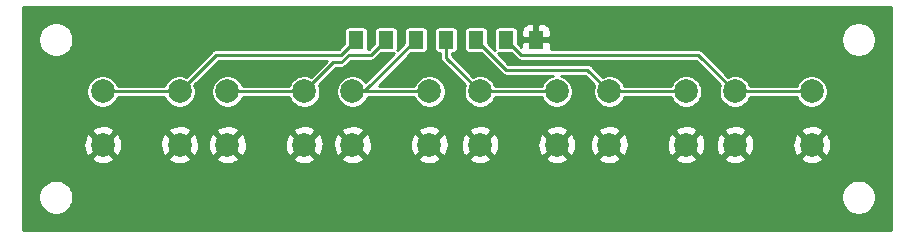
<source format=gtl>
G04 #@! TF.GenerationSoftware,KiCad,Pcbnew,(5.1.10)-1*
G04 #@! TF.CreationDate,2023-12-13T20:03:29-05:00*
G04 #@! TF.ProjectId,LED_Matrix_Button_Board,4c45445f-4d61-4747-9269-785f42757474,rev?*
G04 #@! TF.SameCoordinates,Original*
G04 #@! TF.FileFunction,Copper,L1,Top*
G04 #@! TF.FilePolarity,Positive*
%FSLAX46Y46*%
G04 Gerber Fmt 4.6, Leading zero omitted, Abs format (unit mm)*
G04 Created by KiCad (PCBNEW (5.1.10)-1) date 2023-12-13 20:03:29*
%MOMM*%
%LPD*%
G01*
G04 APERTURE LIST*
G04 #@! TA.AperFunction,ComponentPad*
%ADD10R,1.200000X1.500000*%
G04 #@! TD*
G04 #@! TA.AperFunction,ComponentPad*
%ADD11C,2.000000*%
G04 #@! TD*
G04 #@! TA.AperFunction,Conductor*
%ADD12C,0.250000*%
G04 #@! TD*
G04 #@! TA.AperFunction,Conductor*
%ADD13C,0.254000*%
G04 #@! TD*
G04 #@! TA.AperFunction,Conductor*
%ADD14C,0.100000*%
G04 #@! TD*
G04 APERTURE END LIST*
D10*
X159385000Y-103505000D03*
X156845000Y-103505000D03*
X154305000Y-103505000D03*
X151765000Y-103505000D03*
X149225000Y-103505000D03*
X146685000Y-103505000D03*
X144145000Y-103505000D03*
D11*
X176230000Y-112395000D03*
X176230000Y-107895000D03*
X182730000Y-112395000D03*
X182730000Y-107895000D03*
X165585000Y-112395000D03*
X165585000Y-107895000D03*
X172085000Y-112395000D03*
X172085000Y-107895000D03*
X154640000Y-112395000D03*
X154640000Y-107895000D03*
X161140000Y-112395000D03*
X161140000Y-107895000D03*
X143845000Y-112395000D03*
X143845000Y-107895000D03*
X150345000Y-112395000D03*
X150345000Y-107895000D03*
X133254000Y-112395000D03*
X133254000Y-107895000D03*
X139754000Y-112395000D03*
X139754000Y-107895000D03*
X122704000Y-112395000D03*
X122704000Y-107895000D03*
X129204000Y-112395000D03*
X129204000Y-107895000D03*
D12*
X176230000Y-107895000D02*
X182730000Y-107895000D01*
X173110000Y-104775000D02*
X176230000Y-107895000D01*
X158115000Y-104775000D02*
X173110000Y-104775000D01*
X156845000Y-103505000D02*
X158115000Y-104775000D01*
X165585000Y-107895000D02*
X172085000Y-107895000D01*
X154305000Y-103505000D02*
X156845000Y-106045000D01*
X163735000Y-106045000D02*
X165585000Y-107895000D01*
X156845000Y-106045000D02*
X163735000Y-106045000D01*
X154640000Y-107895000D02*
X161140000Y-107895000D01*
X151765000Y-105020000D02*
X154640000Y-107895000D01*
X151765000Y-103505000D02*
X151765000Y-105020000D01*
X143845000Y-107895000D02*
X150345000Y-107895000D01*
X143845000Y-107615000D02*
X143845000Y-107895000D01*
X144835000Y-107895000D02*
X143845000Y-107895000D01*
X149225000Y-103505000D02*
X144835000Y-107895000D01*
X133254000Y-107895000D02*
X139754000Y-107895000D01*
X142239000Y-105410000D02*
X139754000Y-107895000D01*
X142876410Y-105410000D02*
X142239000Y-105410000D01*
X143511410Y-104775000D02*
X142876410Y-105410000D01*
X145415000Y-104775000D02*
X143511410Y-104775000D01*
X146685000Y-103505000D02*
X145415000Y-104775000D01*
X122704000Y-107895000D02*
X129204000Y-107895000D01*
X132324000Y-104775000D02*
X129204000Y-107895000D01*
X142875000Y-104775000D02*
X132324000Y-104775000D01*
X144145000Y-103505000D02*
X142875000Y-104775000D01*
D13*
X189459000Y-119609000D02*
X115976000Y-119609000D01*
X115976000Y-116694134D01*
X117264000Y-116694134D01*
X117264000Y-116985866D01*
X117320914Y-117271992D01*
X117432555Y-117541517D01*
X117594632Y-117784083D01*
X117800917Y-117990368D01*
X118043483Y-118152445D01*
X118313008Y-118264086D01*
X118599134Y-118321000D01*
X118890866Y-118321000D01*
X119176992Y-118264086D01*
X119446517Y-118152445D01*
X119689083Y-117990368D01*
X119895368Y-117784083D01*
X120057445Y-117541517D01*
X120169086Y-117271992D01*
X120226000Y-116985866D01*
X120226000Y-116694134D01*
X185209000Y-116694134D01*
X185209000Y-116985866D01*
X185265914Y-117271992D01*
X185377555Y-117541517D01*
X185539632Y-117784083D01*
X185745917Y-117990368D01*
X185988483Y-118152445D01*
X186258008Y-118264086D01*
X186544134Y-118321000D01*
X186835866Y-118321000D01*
X187121992Y-118264086D01*
X187391517Y-118152445D01*
X187634083Y-117990368D01*
X187840368Y-117784083D01*
X188002445Y-117541517D01*
X188114086Y-117271992D01*
X188171000Y-116985866D01*
X188171000Y-116694134D01*
X188114086Y-116408008D01*
X188002445Y-116138483D01*
X187840368Y-115895917D01*
X187634083Y-115689632D01*
X187391517Y-115527555D01*
X187121992Y-115415914D01*
X186835866Y-115359000D01*
X186544134Y-115359000D01*
X186258008Y-115415914D01*
X185988483Y-115527555D01*
X185745917Y-115689632D01*
X185539632Y-115895917D01*
X185377555Y-116138483D01*
X185265914Y-116408008D01*
X185209000Y-116694134D01*
X120226000Y-116694134D01*
X120169086Y-116408008D01*
X120057445Y-116138483D01*
X119895368Y-115895917D01*
X119689083Y-115689632D01*
X119446517Y-115527555D01*
X119176992Y-115415914D01*
X118890866Y-115359000D01*
X118599134Y-115359000D01*
X118313008Y-115415914D01*
X118043483Y-115527555D01*
X117800917Y-115689632D01*
X117594632Y-115895917D01*
X117432555Y-116138483D01*
X117320914Y-116408008D01*
X117264000Y-116694134D01*
X115976000Y-116694134D01*
X115976000Y-113530413D01*
X121748192Y-113530413D01*
X121843956Y-113794814D01*
X122133571Y-113935704D01*
X122445108Y-114017384D01*
X122766595Y-114036718D01*
X123085675Y-113992961D01*
X123390088Y-113887795D01*
X123564044Y-113794814D01*
X123659808Y-113530413D01*
X128248192Y-113530413D01*
X128343956Y-113794814D01*
X128633571Y-113935704D01*
X128945108Y-114017384D01*
X129266595Y-114036718D01*
X129585675Y-113992961D01*
X129890088Y-113887795D01*
X130064044Y-113794814D01*
X130159808Y-113530413D01*
X132298192Y-113530413D01*
X132393956Y-113794814D01*
X132683571Y-113935704D01*
X132995108Y-114017384D01*
X133316595Y-114036718D01*
X133635675Y-113992961D01*
X133940088Y-113887795D01*
X134114044Y-113794814D01*
X134209808Y-113530413D01*
X138798192Y-113530413D01*
X138893956Y-113794814D01*
X139183571Y-113935704D01*
X139495108Y-114017384D01*
X139816595Y-114036718D01*
X140135675Y-113992961D01*
X140440088Y-113887795D01*
X140614044Y-113794814D01*
X140709808Y-113530413D01*
X142889192Y-113530413D01*
X142984956Y-113794814D01*
X143274571Y-113935704D01*
X143586108Y-114017384D01*
X143907595Y-114036718D01*
X144226675Y-113992961D01*
X144531088Y-113887795D01*
X144705044Y-113794814D01*
X144800808Y-113530413D01*
X149389192Y-113530413D01*
X149484956Y-113794814D01*
X149774571Y-113935704D01*
X150086108Y-114017384D01*
X150407595Y-114036718D01*
X150726675Y-113992961D01*
X151031088Y-113887795D01*
X151205044Y-113794814D01*
X151300808Y-113530413D01*
X153684192Y-113530413D01*
X153779956Y-113794814D01*
X154069571Y-113935704D01*
X154381108Y-114017384D01*
X154702595Y-114036718D01*
X155021675Y-113992961D01*
X155326088Y-113887795D01*
X155500044Y-113794814D01*
X155595808Y-113530413D01*
X160184192Y-113530413D01*
X160279956Y-113794814D01*
X160569571Y-113935704D01*
X160881108Y-114017384D01*
X161202595Y-114036718D01*
X161521675Y-113992961D01*
X161826088Y-113887795D01*
X162000044Y-113794814D01*
X162095808Y-113530413D01*
X164629192Y-113530413D01*
X164724956Y-113794814D01*
X165014571Y-113935704D01*
X165326108Y-114017384D01*
X165647595Y-114036718D01*
X165966675Y-113992961D01*
X166271088Y-113887795D01*
X166445044Y-113794814D01*
X166540808Y-113530413D01*
X171129192Y-113530413D01*
X171224956Y-113794814D01*
X171514571Y-113935704D01*
X171826108Y-114017384D01*
X172147595Y-114036718D01*
X172466675Y-113992961D01*
X172771088Y-113887795D01*
X172945044Y-113794814D01*
X173040808Y-113530413D01*
X175274192Y-113530413D01*
X175369956Y-113794814D01*
X175659571Y-113935704D01*
X175971108Y-114017384D01*
X176292595Y-114036718D01*
X176611675Y-113992961D01*
X176916088Y-113887795D01*
X177090044Y-113794814D01*
X177185808Y-113530413D01*
X181774192Y-113530413D01*
X181869956Y-113794814D01*
X182159571Y-113935704D01*
X182471108Y-114017384D01*
X182792595Y-114036718D01*
X183111675Y-113992961D01*
X183416088Y-113887795D01*
X183590044Y-113794814D01*
X183685808Y-113530413D01*
X182730000Y-112574605D01*
X181774192Y-113530413D01*
X177185808Y-113530413D01*
X176230000Y-112574605D01*
X175274192Y-113530413D01*
X173040808Y-113530413D01*
X172085000Y-112574605D01*
X171129192Y-113530413D01*
X166540808Y-113530413D01*
X165585000Y-112574605D01*
X164629192Y-113530413D01*
X162095808Y-113530413D01*
X161140000Y-112574605D01*
X160184192Y-113530413D01*
X155595808Y-113530413D01*
X154640000Y-112574605D01*
X153684192Y-113530413D01*
X151300808Y-113530413D01*
X150345000Y-112574605D01*
X149389192Y-113530413D01*
X144800808Y-113530413D01*
X143845000Y-112574605D01*
X142889192Y-113530413D01*
X140709808Y-113530413D01*
X139754000Y-112574605D01*
X138798192Y-113530413D01*
X134209808Y-113530413D01*
X133254000Y-112574605D01*
X132298192Y-113530413D01*
X130159808Y-113530413D01*
X129204000Y-112574605D01*
X128248192Y-113530413D01*
X123659808Y-113530413D01*
X122704000Y-112574605D01*
X121748192Y-113530413D01*
X115976000Y-113530413D01*
X115976000Y-112457595D01*
X121062282Y-112457595D01*
X121106039Y-112776675D01*
X121211205Y-113081088D01*
X121304186Y-113255044D01*
X121568587Y-113350808D01*
X122524395Y-112395000D01*
X122883605Y-112395000D01*
X123839413Y-113350808D01*
X124103814Y-113255044D01*
X124244704Y-112965429D01*
X124326384Y-112653892D01*
X124338189Y-112457595D01*
X127562282Y-112457595D01*
X127606039Y-112776675D01*
X127711205Y-113081088D01*
X127804186Y-113255044D01*
X128068587Y-113350808D01*
X129024395Y-112395000D01*
X129383605Y-112395000D01*
X130339413Y-113350808D01*
X130603814Y-113255044D01*
X130744704Y-112965429D01*
X130826384Y-112653892D01*
X130838189Y-112457595D01*
X131612282Y-112457595D01*
X131656039Y-112776675D01*
X131761205Y-113081088D01*
X131854186Y-113255044D01*
X132118587Y-113350808D01*
X133074395Y-112395000D01*
X133433605Y-112395000D01*
X134389413Y-113350808D01*
X134653814Y-113255044D01*
X134794704Y-112965429D01*
X134876384Y-112653892D01*
X134888189Y-112457595D01*
X138112282Y-112457595D01*
X138156039Y-112776675D01*
X138261205Y-113081088D01*
X138354186Y-113255044D01*
X138618587Y-113350808D01*
X139574395Y-112395000D01*
X139933605Y-112395000D01*
X140889413Y-113350808D01*
X141153814Y-113255044D01*
X141294704Y-112965429D01*
X141376384Y-112653892D01*
X141388189Y-112457595D01*
X142203282Y-112457595D01*
X142247039Y-112776675D01*
X142352205Y-113081088D01*
X142445186Y-113255044D01*
X142709587Y-113350808D01*
X143665395Y-112395000D01*
X144024605Y-112395000D01*
X144980413Y-113350808D01*
X145244814Y-113255044D01*
X145385704Y-112965429D01*
X145467384Y-112653892D01*
X145479189Y-112457595D01*
X148703282Y-112457595D01*
X148747039Y-112776675D01*
X148852205Y-113081088D01*
X148945186Y-113255044D01*
X149209587Y-113350808D01*
X150165395Y-112395000D01*
X150524605Y-112395000D01*
X151480413Y-113350808D01*
X151744814Y-113255044D01*
X151885704Y-112965429D01*
X151967384Y-112653892D01*
X151979189Y-112457595D01*
X152998282Y-112457595D01*
X153042039Y-112776675D01*
X153147205Y-113081088D01*
X153240186Y-113255044D01*
X153504587Y-113350808D01*
X154460395Y-112395000D01*
X154819605Y-112395000D01*
X155775413Y-113350808D01*
X156039814Y-113255044D01*
X156180704Y-112965429D01*
X156262384Y-112653892D01*
X156274189Y-112457595D01*
X159498282Y-112457595D01*
X159542039Y-112776675D01*
X159647205Y-113081088D01*
X159740186Y-113255044D01*
X160004587Y-113350808D01*
X160960395Y-112395000D01*
X161319605Y-112395000D01*
X162275413Y-113350808D01*
X162539814Y-113255044D01*
X162680704Y-112965429D01*
X162762384Y-112653892D01*
X162774189Y-112457595D01*
X163943282Y-112457595D01*
X163987039Y-112776675D01*
X164092205Y-113081088D01*
X164185186Y-113255044D01*
X164449587Y-113350808D01*
X165405395Y-112395000D01*
X165764605Y-112395000D01*
X166720413Y-113350808D01*
X166984814Y-113255044D01*
X167125704Y-112965429D01*
X167207384Y-112653892D01*
X167219189Y-112457595D01*
X170443282Y-112457595D01*
X170487039Y-112776675D01*
X170592205Y-113081088D01*
X170685186Y-113255044D01*
X170949587Y-113350808D01*
X171905395Y-112395000D01*
X172264605Y-112395000D01*
X173220413Y-113350808D01*
X173484814Y-113255044D01*
X173625704Y-112965429D01*
X173707384Y-112653892D01*
X173719189Y-112457595D01*
X174588282Y-112457595D01*
X174632039Y-112776675D01*
X174737205Y-113081088D01*
X174830186Y-113255044D01*
X175094587Y-113350808D01*
X176050395Y-112395000D01*
X176409605Y-112395000D01*
X177365413Y-113350808D01*
X177629814Y-113255044D01*
X177770704Y-112965429D01*
X177852384Y-112653892D01*
X177864189Y-112457595D01*
X181088282Y-112457595D01*
X181132039Y-112776675D01*
X181237205Y-113081088D01*
X181330186Y-113255044D01*
X181594587Y-113350808D01*
X182550395Y-112395000D01*
X182909605Y-112395000D01*
X183865413Y-113350808D01*
X184129814Y-113255044D01*
X184270704Y-112965429D01*
X184352384Y-112653892D01*
X184371718Y-112332405D01*
X184327961Y-112013325D01*
X184222795Y-111708912D01*
X184129814Y-111534956D01*
X183865413Y-111439192D01*
X182909605Y-112395000D01*
X182550395Y-112395000D01*
X181594587Y-111439192D01*
X181330186Y-111534956D01*
X181189296Y-111824571D01*
X181107616Y-112136108D01*
X181088282Y-112457595D01*
X177864189Y-112457595D01*
X177871718Y-112332405D01*
X177827961Y-112013325D01*
X177722795Y-111708912D01*
X177629814Y-111534956D01*
X177365413Y-111439192D01*
X176409605Y-112395000D01*
X176050395Y-112395000D01*
X175094587Y-111439192D01*
X174830186Y-111534956D01*
X174689296Y-111824571D01*
X174607616Y-112136108D01*
X174588282Y-112457595D01*
X173719189Y-112457595D01*
X173726718Y-112332405D01*
X173682961Y-112013325D01*
X173577795Y-111708912D01*
X173484814Y-111534956D01*
X173220413Y-111439192D01*
X172264605Y-112395000D01*
X171905395Y-112395000D01*
X170949587Y-111439192D01*
X170685186Y-111534956D01*
X170544296Y-111824571D01*
X170462616Y-112136108D01*
X170443282Y-112457595D01*
X167219189Y-112457595D01*
X167226718Y-112332405D01*
X167182961Y-112013325D01*
X167077795Y-111708912D01*
X166984814Y-111534956D01*
X166720413Y-111439192D01*
X165764605Y-112395000D01*
X165405395Y-112395000D01*
X164449587Y-111439192D01*
X164185186Y-111534956D01*
X164044296Y-111824571D01*
X163962616Y-112136108D01*
X163943282Y-112457595D01*
X162774189Y-112457595D01*
X162781718Y-112332405D01*
X162737961Y-112013325D01*
X162632795Y-111708912D01*
X162539814Y-111534956D01*
X162275413Y-111439192D01*
X161319605Y-112395000D01*
X160960395Y-112395000D01*
X160004587Y-111439192D01*
X159740186Y-111534956D01*
X159599296Y-111824571D01*
X159517616Y-112136108D01*
X159498282Y-112457595D01*
X156274189Y-112457595D01*
X156281718Y-112332405D01*
X156237961Y-112013325D01*
X156132795Y-111708912D01*
X156039814Y-111534956D01*
X155775413Y-111439192D01*
X154819605Y-112395000D01*
X154460395Y-112395000D01*
X153504587Y-111439192D01*
X153240186Y-111534956D01*
X153099296Y-111824571D01*
X153017616Y-112136108D01*
X152998282Y-112457595D01*
X151979189Y-112457595D01*
X151986718Y-112332405D01*
X151942961Y-112013325D01*
X151837795Y-111708912D01*
X151744814Y-111534956D01*
X151480413Y-111439192D01*
X150524605Y-112395000D01*
X150165395Y-112395000D01*
X149209587Y-111439192D01*
X148945186Y-111534956D01*
X148804296Y-111824571D01*
X148722616Y-112136108D01*
X148703282Y-112457595D01*
X145479189Y-112457595D01*
X145486718Y-112332405D01*
X145442961Y-112013325D01*
X145337795Y-111708912D01*
X145244814Y-111534956D01*
X144980413Y-111439192D01*
X144024605Y-112395000D01*
X143665395Y-112395000D01*
X142709587Y-111439192D01*
X142445186Y-111534956D01*
X142304296Y-111824571D01*
X142222616Y-112136108D01*
X142203282Y-112457595D01*
X141388189Y-112457595D01*
X141395718Y-112332405D01*
X141351961Y-112013325D01*
X141246795Y-111708912D01*
X141153814Y-111534956D01*
X140889413Y-111439192D01*
X139933605Y-112395000D01*
X139574395Y-112395000D01*
X138618587Y-111439192D01*
X138354186Y-111534956D01*
X138213296Y-111824571D01*
X138131616Y-112136108D01*
X138112282Y-112457595D01*
X134888189Y-112457595D01*
X134895718Y-112332405D01*
X134851961Y-112013325D01*
X134746795Y-111708912D01*
X134653814Y-111534956D01*
X134389413Y-111439192D01*
X133433605Y-112395000D01*
X133074395Y-112395000D01*
X132118587Y-111439192D01*
X131854186Y-111534956D01*
X131713296Y-111824571D01*
X131631616Y-112136108D01*
X131612282Y-112457595D01*
X130838189Y-112457595D01*
X130845718Y-112332405D01*
X130801961Y-112013325D01*
X130696795Y-111708912D01*
X130603814Y-111534956D01*
X130339413Y-111439192D01*
X129383605Y-112395000D01*
X129024395Y-112395000D01*
X128068587Y-111439192D01*
X127804186Y-111534956D01*
X127663296Y-111824571D01*
X127581616Y-112136108D01*
X127562282Y-112457595D01*
X124338189Y-112457595D01*
X124345718Y-112332405D01*
X124301961Y-112013325D01*
X124196795Y-111708912D01*
X124103814Y-111534956D01*
X123839413Y-111439192D01*
X122883605Y-112395000D01*
X122524395Y-112395000D01*
X121568587Y-111439192D01*
X121304186Y-111534956D01*
X121163296Y-111824571D01*
X121081616Y-112136108D01*
X121062282Y-112457595D01*
X115976000Y-112457595D01*
X115976000Y-111259587D01*
X121748192Y-111259587D01*
X122704000Y-112215395D01*
X123659808Y-111259587D01*
X128248192Y-111259587D01*
X129204000Y-112215395D01*
X130159808Y-111259587D01*
X132298192Y-111259587D01*
X133254000Y-112215395D01*
X134209808Y-111259587D01*
X138798192Y-111259587D01*
X139754000Y-112215395D01*
X140709808Y-111259587D01*
X142889192Y-111259587D01*
X143845000Y-112215395D01*
X144800808Y-111259587D01*
X149389192Y-111259587D01*
X150345000Y-112215395D01*
X151300808Y-111259587D01*
X153684192Y-111259587D01*
X154640000Y-112215395D01*
X155595808Y-111259587D01*
X160184192Y-111259587D01*
X161140000Y-112215395D01*
X162095808Y-111259587D01*
X164629192Y-111259587D01*
X165585000Y-112215395D01*
X166540808Y-111259587D01*
X171129192Y-111259587D01*
X172085000Y-112215395D01*
X173040808Y-111259587D01*
X175274192Y-111259587D01*
X176230000Y-112215395D01*
X177185808Y-111259587D01*
X181774192Y-111259587D01*
X182730000Y-112215395D01*
X183685808Y-111259587D01*
X183590044Y-110995186D01*
X183300429Y-110854296D01*
X182988892Y-110772616D01*
X182667405Y-110753282D01*
X182348325Y-110797039D01*
X182043912Y-110902205D01*
X181869956Y-110995186D01*
X181774192Y-111259587D01*
X177185808Y-111259587D01*
X177090044Y-110995186D01*
X176800429Y-110854296D01*
X176488892Y-110772616D01*
X176167405Y-110753282D01*
X175848325Y-110797039D01*
X175543912Y-110902205D01*
X175369956Y-110995186D01*
X175274192Y-111259587D01*
X173040808Y-111259587D01*
X172945044Y-110995186D01*
X172655429Y-110854296D01*
X172343892Y-110772616D01*
X172022405Y-110753282D01*
X171703325Y-110797039D01*
X171398912Y-110902205D01*
X171224956Y-110995186D01*
X171129192Y-111259587D01*
X166540808Y-111259587D01*
X166445044Y-110995186D01*
X166155429Y-110854296D01*
X165843892Y-110772616D01*
X165522405Y-110753282D01*
X165203325Y-110797039D01*
X164898912Y-110902205D01*
X164724956Y-110995186D01*
X164629192Y-111259587D01*
X162095808Y-111259587D01*
X162000044Y-110995186D01*
X161710429Y-110854296D01*
X161398892Y-110772616D01*
X161077405Y-110753282D01*
X160758325Y-110797039D01*
X160453912Y-110902205D01*
X160279956Y-110995186D01*
X160184192Y-111259587D01*
X155595808Y-111259587D01*
X155500044Y-110995186D01*
X155210429Y-110854296D01*
X154898892Y-110772616D01*
X154577405Y-110753282D01*
X154258325Y-110797039D01*
X153953912Y-110902205D01*
X153779956Y-110995186D01*
X153684192Y-111259587D01*
X151300808Y-111259587D01*
X151205044Y-110995186D01*
X150915429Y-110854296D01*
X150603892Y-110772616D01*
X150282405Y-110753282D01*
X149963325Y-110797039D01*
X149658912Y-110902205D01*
X149484956Y-110995186D01*
X149389192Y-111259587D01*
X144800808Y-111259587D01*
X144705044Y-110995186D01*
X144415429Y-110854296D01*
X144103892Y-110772616D01*
X143782405Y-110753282D01*
X143463325Y-110797039D01*
X143158912Y-110902205D01*
X142984956Y-110995186D01*
X142889192Y-111259587D01*
X140709808Y-111259587D01*
X140614044Y-110995186D01*
X140324429Y-110854296D01*
X140012892Y-110772616D01*
X139691405Y-110753282D01*
X139372325Y-110797039D01*
X139067912Y-110902205D01*
X138893956Y-110995186D01*
X138798192Y-111259587D01*
X134209808Y-111259587D01*
X134114044Y-110995186D01*
X133824429Y-110854296D01*
X133512892Y-110772616D01*
X133191405Y-110753282D01*
X132872325Y-110797039D01*
X132567912Y-110902205D01*
X132393956Y-110995186D01*
X132298192Y-111259587D01*
X130159808Y-111259587D01*
X130064044Y-110995186D01*
X129774429Y-110854296D01*
X129462892Y-110772616D01*
X129141405Y-110753282D01*
X128822325Y-110797039D01*
X128517912Y-110902205D01*
X128343956Y-110995186D01*
X128248192Y-111259587D01*
X123659808Y-111259587D01*
X123564044Y-110995186D01*
X123274429Y-110854296D01*
X122962892Y-110772616D01*
X122641405Y-110753282D01*
X122322325Y-110797039D01*
X122017912Y-110902205D01*
X121843956Y-110995186D01*
X121748192Y-111259587D01*
X115976000Y-111259587D01*
X115976000Y-107758983D01*
X121323000Y-107758983D01*
X121323000Y-108031017D01*
X121376071Y-108297823D01*
X121480174Y-108549149D01*
X121631307Y-108775336D01*
X121823664Y-108967693D01*
X122049851Y-109118826D01*
X122301177Y-109222929D01*
X122567983Y-109276000D01*
X122840017Y-109276000D01*
X123106823Y-109222929D01*
X123358149Y-109118826D01*
X123584336Y-108967693D01*
X123776693Y-108775336D01*
X123927826Y-108549149D01*
X123989192Y-108401000D01*
X127918808Y-108401000D01*
X127980174Y-108549149D01*
X128131307Y-108775336D01*
X128323664Y-108967693D01*
X128549851Y-109118826D01*
X128801177Y-109222929D01*
X129067983Y-109276000D01*
X129340017Y-109276000D01*
X129606823Y-109222929D01*
X129858149Y-109118826D01*
X130084336Y-108967693D01*
X130276693Y-108775336D01*
X130427826Y-108549149D01*
X130531929Y-108297823D01*
X130585000Y-108031017D01*
X130585000Y-107758983D01*
X130531929Y-107492177D01*
X130470563Y-107344028D01*
X132533592Y-105281000D01*
X141652408Y-105281000D01*
X140304972Y-106628437D01*
X140156823Y-106567071D01*
X139890017Y-106514000D01*
X139617983Y-106514000D01*
X139351177Y-106567071D01*
X139099851Y-106671174D01*
X138873664Y-106822307D01*
X138681307Y-107014664D01*
X138530174Y-107240851D01*
X138468808Y-107389000D01*
X134539192Y-107389000D01*
X134477826Y-107240851D01*
X134326693Y-107014664D01*
X134134336Y-106822307D01*
X133908149Y-106671174D01*
X133656823Y-106567071D01*
X133390017Y-106514000D01*
X133117983Y-106514000D01*
X132851177Y-106567071D01*
X132599851Y-106671174D01*
X132373664Y-106822307D01*
X132181307Y-107014664D01*
X132030174Y-107240851D01*
X131926071Y-107492177D01*
X131873000Y-107758983D01*
X131873000Y-108031017D01*
X131926071Y-108297823D01*
X132030174Y-108549149D01*
X132181307Y-108775336D01*
X132373664Y-108967693D01*
X132599851Y-109118826D01*
X132851177Y-109222929D01*
X133117983Y-109276000D01*
X133390017Y-109276000D01*
X133656823Y-109222929D01*
X133908149Y-109118826D01*
X134134336Y-108967693D01*
X134326693Y-108775336D01*
X134477826Y-108549149D01*
X134539192Y-108401000D01*
X138468808Y-108401000D01*
X138530174Y-108549149D01*
X138681307Y-108775336D01*
X138873664Y-108967693D01*
X139099851Y-109118826D01*
X139351177Y-109222929D01*
X139617983Y-109276000D01*
X139890017Y-109276000D01*
X140156823Y-109222929D01*
X140408149Y-109118826D01*
X140634336Y-108967693D01*
X140826693Y-108775336D01*
X140977826Y-108549149D01*
X141081929Y-108297823D01*
X141135000Y-108031017D01*
X141135000Y-107758983D01*
X141081929Y-107492177D01*
X141020563Y-107344028D01*
X142448592Y-105916000D01*
X142851564Y-105916000D01*
X142876410Y-105918447D01*
X142901256Y-105916000D01*
X142901264Y-105916000D01*
X142975603Y-105908678D01*
X143070985Y-105879745D01*
X143158889Y-105832759D01*
X143235937Y-105769527D01*
X143251786Y-105750215D01*
X143721002Y-105281000D01*
X145390154Y-105281000D01*
X145415000Y-105283447D01*
X145439846Y-105281000D01*
X145439854Y-105281000D01*
X145514193Y-105273678D01*
X145609575Y-105244745D01*
X145697479Y-105197759D01*
X145774527Y-105134527D01*
X145790376Y-105115215D01*
X146267748Y-104637843D01*
X147285000Y-104637843D01*
X147359689Y-104630487D01*
X147394473Y-104619935D01*
X144950558Y-107063851D01*
X144917693Y-107014664D01*
X144725336Y-106822307D01*
X144499149Y-106671174D01*
X144247823Y-106567071D01*
X143981017Y-106514000D01*
X143708983Y-106514000D01*
X143442177Y-106567071D01*
X143190851Y-106671174D01*
X142964664Y-106822307D01*
X142772307Y-107014664D01*
X142621174Y-107240851D01*
X142517071Y-107492177D01*
X142464000Y-107758983D01*
X142464000Y-108031017D01*
X142517071Y-108297823D01*
X142621174Y-108549149D01*
X142772307Y-108775336D01*
X142964664Y-108967693D01*
X143190851Y-109118826D01*
X143442177Y-109222929D01*
X143708983Y-109276000D01*
X143981017Y-109276000D01*
X144247823Y-109222929D01*
X144499149Y-109118826D01*
X144725336Y-108967693D01*
X144917693Y-108775336D01*
X145068826Y-108549149D01*
X145130192Y-108401000D01*
X149059808Y-108401000D01*
X149121174Y-108549149D01*
X149272307Y-108775336D01*
X149464664Y-108967693D01*
X149690851Y-109118826D01*
X149942177Y-109222929D01*
X150208983Y-109276000D01*
X150481017Y-109276000D01*
X150747823Y-109222929D01*
X150999149Y-109118826D01*
X151225336Y-108967693D01*
X151417693Y-108775336D01*
X151568826Y-108549149D01*
X151672929Y-108297823D01*
X151726000Y-108031017D01*
X151726000Y-107758983D01*
X151672929Y-107492177D01*
X151568826Y-107240851D01*
X151417693Y-107014664D01*
X151225336Y-106822307D01*
X150999149Y-106671174D01*
X150747823Y-106567071D01*
X150481017Y-106514000D01*
X150208983Y-106514000D01*
X149942177Y-106567071D01*
X149690851Y-106671174D01*
X149464664Y-106822307D01*
X149272307Y-107014664D01*
X149121174Y-107240851D01*
X149059808Y-107389000D01*
X146056591Y-107389000D01*
X148807749Y-104637843D01*
X149825000Y-104637843D01*
X149899689Y-104630487D01*
X149971508Y-104608701D01*
X150037696Y-104573322D01*
X150095711Y-104525711D01*
X150143322Y-104467696D01*
X150178701Y-104401508D01*
X150200487Y-104329689D01*
X150207843Y-104255000D01*
X150207843Y-102755000D01*
X150782157Y-102755000D01*
X150782157Y-104255000D01*
X150789513Y-104329689D01*
X150811299Y-104401508D01*
X150846678Y-104467696D01*
X150894289Y-104525711D01*
X150952304Y-104573322D01*
X151018492Y-104608701D01*
X151090311Y-104630487D01*
X151165000Y-104637843D01*
X151259001Y-104637843D01*
X151259001Y-104995144D01*
X151256553Y-105020000D01*
X151266322Y-105119192D01*
X151295255Y-105214574D01*
X151311382Y-105244745D01*
X151342242Y-105302479D01*
X151405474Y-105379527D01*
X151424781Y-105395372D01*
X153373436Y-107344028D01*
X153312071Y-107492177D01*
X153259000Y-107758983D01*
X153259000Y-108031017D01*
X153312071Y-108297823D01*
X153416174Y-108549149D01*
X153567307Y-108775336D01*
X153759664Y-108967693D01*
X153985851Y-109118826D01*
X154237177Y-109222929D01*
X154503983Y-109276000D01*
X154776017Y-109276000D01*
X155042823Y-109222929D01*
X155294149Y-109118826D01*
X155520336Y-108967693D01*
X155712693Y-108775336D01*
X155863826Y-108549149D01*
X155925192Y-108401000D01*
X159854808Y-108401000D01*
X159916174Y-108549149D01*
X160067307Y-108775336D01*
X160259664Y-108967693D01*
X160485851Y-109118826D01*
X160737177Y-109222929D01*
X161003983Y-109276000D01*
X161276017Y-109276000D01*
X161542823Y-109222929D01*
X161794149Y-109118826D01*
X162020336Y-108967693D01*
X162212693Y-108775336D01*
X162363826Y-108549149D01*
X162467929Y-108297823D01*
X162521000Y-108031017D01*
X162521000Y-107758983D01*
X162467929Y-107492177D01*
X162363826Y-107240851D01*
X162212693Y-107014664D01*
X162020336Y-106822307D01*
X161794149Y-106671174D01*
X161542823Y-106567071D01*
X161462029Y-106551000D01*
X163525409Y-106551000D01*
X164318437Y-107344028D01*
X164257071Y-107492177D01*
X164204000Y-107758983D01*
X164204000Y-108031017D01*
X164257071Y-108297823D01*
X164361174Y-108549149D01*
X164512307Y-108775336D01*
X164704664Y-108967693D01*
X164930851Y-109118826D01*
X165182177Y-109222929D01*
X165448983Y-109276000D01*
X165721017Y-109276000D01*
X165987823Y-109222929D01*
X166239149Y-109118826D01*
X166465336Y-108967693D01*
X166657693Y-108775336D01*
X166808826Y-108549149D01*
X166870192Y-108401000D01*
X170799808Y-108401000D01*
X170861174Y-108549149D01*
X171012307Y-108775336D01*
X171204664Y-108967693D01*
X171430851Y-109118826D01*
X171682177Y-109222929D01*
X171948983Y-109276000D01*
X172221017Y-109276000D01*
X172487823Y-109222929D01*
X172739149Y-109118826D01*
X172965336Y-108967693D01*
X173157693Y-108775336D01*
X173308826Y-108549149D01*
X173412929Y-108297823D01*
X173466000Y-108031017D01*
X173466000Y-107758983D01*
X173412929Y-107492177D01*
X173308826Y-107240851D01*
X173157693Y-107014664D01*
X172965336Y-106822307D01*
X172739149Y-106671174D01*
X172487823Y-106567071D01*
X172221017Y-106514000D01*
X171948983Y-106514000D01*
X171682177Y-106567071D01*
X171430851Y-106671174D01*
X171204664Y-106822307D01*
X171012307Y-107014664D01*
X170861174Y-107240851D01*
X170799808Y-107389000D01*
X166870192Y-107389000D01*
X166808826Y-107240851D01*
X166657693Y-107014664D01*
X166465336Y-106822307D01*
X166239149Y-106671174D01*
X165987823Y-106567071D01*
X165721017Y-106514000D01*
X165448983Y-106514000D01*
X165182177Y-106567071D01*
X165034028Y-106628437D01*
X164110376Y-105704785D01*
X164094527Y-105685473D01*
X164017479Y-105622241D01*
X163929575Y-105575255D01*
X163834193Y-105546322D01*
X163759854Y-105539000D01*
X163759846Y-105539000D01*
X163735000Y-105536553D01*
X163710154Y-105539000D01*
X157054592Y-105539000D01*
X156135527Y-104619935D01*
X156170311Y-104630487D01*
X156245000Y-104637843D01*
X157262251Y-104637843D01*
X157739628Y-105115220D01*
X157755473Y-105134527D01*
X157832521Y-105197759D01*
X157920425Y-105244745D01*
X158015806Y-105273678D01*
X158025694Y-105274652D01*
X158090146Y-105281000D01*
X158090153Y-105281000D01*
X158114999Y-105283447D01*
X158139845Y-105281000D01*
X172900409Y-105281000D01*
X174963436Y-107344028D01*
X174902071Y-107492177D01*
X174849000Y-107758983D01*
X174849000Y-108031017D01*
X174902071Y-108297823D01*
X175006174Y-108549149D01*
X175157307Y-108775336D01*
X175349664Y-108967693D01*
X175575851Y-109118826D01*
X175827177Y-109222929D01*
X176093983Y-109276000D01*
X176366017Y-109276000D01*
X176632823Y-109222929D01*
X176884149Y-109118826D01*
X177110336Y-108967693D01*
X177302693Y-108775336D01*
X177453826Y-108549149D01*
X177515192Y-108401000D01*
X181444808Y-108401000D01*
X181506174Y-108549149D01*
X181657307Y-108775336D01*
X181849664Y-108967693D01*
X182075851Y-109118826D01*
X182327177Y-109222929D01*
X182593983Y-109276000D01*
X182866017Y-109276000D01*
X183132823Y-109222929D01*
X183384149Y-109118826D01*
X183610336Y-108967693D01*
X183802693Y-108775336D01*
X183953826Y-108549149D01*
X184057929Y-108297823D01*
X184111000Y-108031017D01*
X184111000Y-107758983D01*
X184057929Y-107492177D01*
X183953826Y-107240851D01*
X183802693Y-107014664D01*
X183610336Y-106822307D01*
X183384149Y-106671174D01*
X183132823Y-106567071D01*
X182866017Y-106514000D01*
X182593983Y-106514000D01*
X182327177Y-106567071D01*
X182075851Y-106671174D01*
X181849664Y-106822307D01*
X181657307Y-107014664D01*
X181506174Y-107240851D01*
X181444808Y-107389000D01*
X177515192Y-107389000D01*
X177453826Y-107240851D01*
X177302693Y-107014664D01*
X177110336Y-106822307D01*
X176884149Y-106671174D01*
X176632823Y-106567071D01*
X176366017Y-106514000D01*
X176093983Y-106514000D01*
X175827177Y-106567071D01*
X175679028Y-106628436D01*
X173485376Y-104434785D01*
X173469527Y-104415473D01*
X173392479Y-104352241D01*
X173304575Y-104305255D01*
X173209193Y-104276322D01*
X173134854Y-104269000D01*
X173134846Y-104269000D01*
X173110000Y-104266553D01*
X173085154Y-104269000D01*
X160621693Y-104269000D01*
X160623072Y-104255000D01*
X160620000Y-103790750D01*
X160461250Y-103632000D01*
X159512000Y-103632000D01*
X159512000Y-103652000D01*
X159258000Y-103652000D01*
X159258000Y-103632000D01*
X158308750Y-103632000D01*
X158150000Y-103790750D01*
X158148004Y-104092412D01*
X157827843Y-103772252D01*
X157827843Y-102755000D01*
X158146928Y-102755000D01*
X158150000Y-103219250D01*
X158308750Y-103378000D01*
X159258000Y-103378000D01*
X159258000Y-102278750D01*
X159512000Y-102278750D01*
X159512000Y-103378000D01*
X160461250Y-103378000D01*
X160480116Y-103359134D01*
X185209000Y-103359134D01*
X185209000Y-103650866D01*
X185265914Y-103936992D01*
X185377555Y-104206517D01*
X185539632Y-104449083D01*
X185745917Y-104655368D01*
X185988483Y-104817445D01*
X186258008Y-104929086D01*
X186544134Y-104986000D01*
X186835866Y-104986000D01*
X187121992Y-104929086D01*
X187391517Y-104817445D01*
X187634083Y-104655368D01*
X187840368Y-104449083D01*
X188002445Y-104206517D01*
X188114086Y-103936992D01*
X188171000Y-103650866D01*
X188171000Y-103359134D01*
X188114086Y-103073008D01*
X188002445Y-102803483D01*
X187840368Y-102560917D01*
X187634083Y-102354632D01*
X187391517Y-102192555D01*
X187121992Y-102080914D01*
X186835866Y-102024000D01*
X186544134Y-102024000D01*
X186258008Y-102080914D01*
X185988483Y-102192555D01*
X185745917Y-102354632D01*
X185539632Y-102560917D01*
X185377555Y-102803483D01*
X185265914Y-103073008D01*
X185209000Y-103359134D01*
X160480116Y-103359134D01*
X160620000Y-103219250D01*
X160623072Y-102755000D01*
X160610812Y-102630518D01*
X160574502Y-102510820D01*
X160515537Y-102400506D01*
X160436185Y-102303815D01*
X160339494Y-102224463D01*
X160229180Y-102165498D01*
X160109482Y-102129188D01*
X159985000Y-102116928D01*
X159670750Y-102120000D01*
X159512000Y-102278750D01*
X159258000Y-102278750D01*
X159099250Y-102120000D01*
X158785000Y-102116928D01*
X158660518Y-102129188D01*
X158540820Y-102165498D01*
X158430506Y-102224463D01*
X158333815Y-102303815D01*
X158254463Y-102400506D01*
X158195498Y-102510820D01*
X158159188Y-102630518D01*
X158146928Y-102755000D01*
X157827843Y-102755000D01*
X157820487Y-102680311D01*
X157798701Y-102608492D01*
X157763322Y-102542304D01*
X157715711Y-102484289D01*
X157657696Y-102436678D01*
X157591508Y-102401299D01*
X157519689Y-102379513D01*
X157445000Y-102372157D01*
X156245000Y-102372157D01*
X156170311Y-102379513D01*
X156098492Y-102401299D01*
X156032304Y-102436678D01*
X155974289Y-102484289D01*
X155926678Y-102542304D01*
X155891299Y-102608492D01*
X155869513Y-102680311D01*
X155862157Y-102755000D01*
X155862157Y-104255000D01*
X155869513Y-104329689D01*
X155880065Y-104364473D01*
X155287843Y-103772252D01*
X155287843Y-102755000D01*
X155280487Y-102680311D01*
X155258701Y-102608492D01*
X155223322Y-102542304D01*
X155175711Y-102484289D01*
X155117696Y-102436678D01*
X155051508Y-102401299D01*
X154979689Y-102379513D01*
X154905000Y-102372157D01*
X153705000Y-102372157D01*
X153630311Y-102379513D01*
X153558492Y-102401299D01*
X153492304Y-102436678D01*
X153434289Y-102484289D01*
X153386678Y-102542304D01*
X153351299Y-102608492D01*
X153329513Y-102680311D01*
X153322157Y-102755000D01*
X153322157Y-104255000D01*
X153329513Y-104329689D01*
X153351299Y-104401508D01*
X153386678Y-104467696D01*
X153434289Y-104525711D01*
X153492304Y-104573322D01*
X153558492Y-104608701D01*
X153630311Y-104630487D01*
X153705000Y-104637843D01*
X154722252Y-104637843D01*
X156469628Y-106385220D01*
X156485473Y-106404527D01*
X156562521Y-106467759D01*
X156650425Y-106514745D01*
X156723607Y-106536944D01*
X156745806Y-106543678D01*
X156755694Y-106544652D01*
X156820146Y-106551000D01*
X156820153Y-106551000D01*
X156844999Y-106553447D01*
X156869845Y-106551000D01*
X160817971Y-106551000D01*
X160737177Y-106567071D01*
X160485851Y-106671174D01*
X160259664Y-106822307D01*
X160067307Y-107014664D01*
X159916174Y-107240851D01*
X159854808Y-107389000D01*
X155925192Y-107389000D01*
X155863826Y-107240851D01*
X155712693Y-107014664D01*
X155520336Y-106822307D01*
X155294149Y-106671174D01*
X155042823Y-106567071D01*
X154776017Y-106514000D01*
X154503983Y-106514000D01*
X154237177Y-106567071D01*
X154089028Y-106628436D01*
X152271000Y-104810409D01*
X152271000Y-104637843D01*
X152365000Y-104637843D01*
X152439689Y-104630487D01*
X152511508Y-104608701D01*
X152577696Y-104573322D01*
X152635711Y-104525711D01*
X152683322Y-104467696D01*
X152718701Y-104401508D01*
X152740487Y-104329689D01*
X152747843Y-104255000D01*
X152747843Y-102755000D01*
X152740487Y-102680311D01*
X152718701Y-102608492D01*
X152683322Y-102542304D01*
X152635711Y-102484289D01*
X152577696Y-102436678D01*
X152511508Y-102401299D01*
X152439689Y-102379513D01*
X152365000Y-102372157D01*
X151165000Y-102372157D01*
X151090311Y-102379513D01*
X151018492Y-102401299D01*
X150952304Y-102436678D01*
X150894289Y-102484289D01*
X150846678Y-102542304D01*
X150811299Y-102608492D01*
X150789513Y-102680311D01*
X150782157Y-102755000D01*
X150207843Y-102755000D01*
X150200487Y-102680311D01*
X150178701Y-102608492D01*
X150143322Y-102542304D01*
X150095711Y-102484289D01*
X150037696Y-102436678D01*
X149971508Y-102401299D01*
X149899689Y-102379513D01*
X149825000Y-102372157D01*
X148625000Y-102372157D01*
X148550311Y-102379513D01*
X148478492Y-102401299D01*
X148412304Y-102436678D01*
X148354289Y-102484289D01*
X148306678Y-102542304D01*
X148271299Y-102608492D01*
X148249513Y-102680311D01*
X148242157Y-102755000D01*
X148242157Y-103772251D01*
X147649935Y-104364473D01*
X147660487Y-104329689D01*
X147667843Y-104255000D01*
X147667843Y-102755000D01*
X147660487Y-102680311D01*
X147638701Y-102608492D01*
X147603322Y-102542304D01*
X147555711Y-102484289D01*
X147497696Y-102436678D01*
X147431508Y-102401299D01*
X147359689Y-102379513D01*
X147285000Y-102372157D01*
X146085000Y-102372157D01*
X146010311Y-102379513D01*
X145938492Y-102401299D01*
X145872304Y-102436678D01*
X145814289Y-102484289D01*
X145766678Y-102542304D01*
X145731299Y-102608492D01*
X145709513Y-102680311D01*
X145702157Y-102755000D01*
X145702157Y-103772251D01*
X145205409Y-104269000D01*
X145126464Y-104269000D01*
X145127843Y-104255000D01*
X145127843Y-102755000D01*
X145120487Y-102680311D01*
X145098701Y-102608492D01*
X145063322Y-102542304D01*
X145015711Y-102484289D01*
X144957696Y-102436678D01*
X144891508Y-102401299D01*
X144819689Y-102379513D01*
X144745000Y-102372157D01*
X143545000Y-102372157D01*
X143470311Y-102379513D01*
X143398492Y-102401299D01*
X143332304Y-102436678D01*
X143274289Y-102484289D01*
X143226678Y-102542304D01*
X143191299Y-102608492D01*
X143169513Y-102680311D01*
X143162157Y-102755000D01*
X143162157Y-103772251D01*
X142665409Y-104269000D01*
X132348845Y-104269000D01*
X132323999Y-104266553D01*
X132299153Y-104269000D01*
X132299146Y-104269000D01*
X132234694Y-104275348D01*
X132224806Y-104276322D01*
X132202607Y-104283056D01*
X132129425Y-104305255D01*
X132041521Y-104352241D01*
X131964473Y-104415473D01*
X131948630Y-104434778D01*
X129754972Y-106628437D01*
X129606823Y-106567071D01*
X129340017Y-106514000D01*
X129067983Y-106514000D01*
X128801177Y-106567071D01*
X128549851Y-106671174D01*
X128323664Y-106822307D01*
X128131307Y-107014664D01*
X127980174Y-107240851D01*
X127918808Y-107389000D01*
X123989192Y-107389000D01*
X123927826Y-107240851D01*
X123776693Y-107014664D01*
X123584336Y-106822307D01*
X123358149Y-106671174D01*
X123106823Y-106567071D01*
X122840017Y-106514000D01*
X122567983Y-106514000D01*
X122301177Y-106567071D01*
X122049851Y-106671174D01*
X121823664Y-106822307D01*
X121631307Y-107014664D01*
X121480174Y-107240851D01*
X121376071Y-107492177D01*
X121323000Y-107758983D01*
X115976000Y-107758983D01*
X115976000Y-103359134D01*
X117264000Y-103359134D01*
X117264000Y-103650866D01*
X117320914Y-103936992D01*
X117432555Y-104206517D01*
X117594632Y-104449083D01*
X117800917Y-104655368D01*
X118043483Y-104817445D01*
X118313008Y-104929086D01*
X118599134Y-104986000D01*
X118890866Y-104986000D01*
X119176992Y-104929086D01*
X119446517Y-104817445D01*
X119689083Y-104655368D01*
X119895368Y-104449083D01*
X120057445Y-104206517D01*
X120169086Y-103936992D01*
X120226000Y-103650866D01*
X120226000Y-103359134D01*
X120169086Y-103073008D01*
X120057445Y-102803483D01*
X119895368Y-102560917D01*
X119689083Y-102354632D01*
X119446517Y-102192555D01*
X119176992Y-102080914D01*
X118890866Y-102024000D01*
X118599134Y-102024000D01*
X118313008Y-102080914D01*
X118043483Y-102192555D01*
X117800917Y-102354632D01*
X117594632Y-102560917D01*
X117432555Y-102803483D01*
X117320914Y-103073008D01*
X117264000Y-103359134D01*
X115976000Y-103359134D01*
X115976000Y-100736000D01*
X189459001Y-100736000D01*
X189459000Y-119609000D01*
G04 #@! TA.AperFunction,Conductor*
D14*
G36*
X189459000Y-119609000D02*
G01*
X115976000Y-119609000D01*
X115976000Y-116694134D01*
X117264000Y-116694134D01*
X117264000Y-116985866D01*
X117320914Y-117271992D01*
X117432555Y-117541517D01*
X117594632Y-117784083D01*
X117800917Y-117990368D01*
X118043483Y-118152445D01*
X118313008Y-118264086D01*
X118599134Y-118321000D01*
X118890866Y-118321000D01*
X119176992Y-118264086D01*
X119446517Y-118152445D01*
X119689083Y-117990368D01*
X119895368Y-117784083D01*
X120057445Y-117541517D01*
X120169086Y-117271992D01*
X120226000Y-116985866D01*
X120226000Y-116694134D01*
X185209000Y-116694134D01*
X185209000Y-116985866D01*
X185265914Y-117271992D01*
X185377555Y-117541517D01*
X185539632Y-117784083D01*
X185745917Y-117990368D01*
X185988483Y-118152445D01*
X186258008Y-118264086D01*
X186544134Y-118321000D01*
X186835866Y-118321000D01*
X187121992Y-118264086D01*
X187391517Y-118152445D01*
X187634083Y-117990368D01*
X187840368Y-117784083D01*
X188002445Y-117541517D01*
X188114086Y-117271992D01*
X188171000Y-116985866D01*
X188171000Y-116694134D01*
X188114086Y-116408008D01*
X188002445Y-116138483D01*
X187840368Y-115895917D01*
X187634083Y-115689632D01*
X187391517Y-115527555D01*
X187121992Y-115415914D01*
X186835866Y-115359000D01*
X186544134Y-115359000D01*
X186258008Y-115415914D01*
X185988483Y-115527555D01*
X185745917Y-115689632D01*
X185539632Y-115895917D01*
X185377555Y-116138483D01*
X185265914Y-116408008D01*
X185209000Y-116694134D01*
X120226000Y-116694134D01*
X120169086Y-116408008D01*
X120057445Y-116138483D01*
X119895368Y-115895917D01*
X119689083Y-115689632D01*
X119446517Y-115527555D01*
X119176992Y-115415914D01*
X118890866Y-115359000D01*
X118599134Y-115359000D01*
X118313008Y-115415914D01*
X118043483Y-115527555D01*
X117800917Y-115689632D01*
X117594632Y-115895917D01*
X117432555Y-116138483D01*
X117320914Y-116408008D01*
X117264000Y-116694134D01*
X115976000Y-116694134D01*
X115976000Y-113530413D01*
X121748192Y-113530413D01*
X121843956Y-113794814D01*
X122133571Y-113935704D01*
X122445108Y-114017384D01*
X122766595Y-114036718D01*
X123085675Y-113992961D01*
X123390088Y-113887795D01*
X123564044Y-113794814D01*
X123659808Y-113530413D01*
X128248192Y-113530413D01*
X128343956Y-113794814D01*
X128633571Y-113935704D01*
X128945108Y-114017384D01*
X129266595Y-114036718D01*
X129585675Y-113992961D01*
X129890088Y-113887795D01*
X130064044Y-113794814D01*
X130159808Y-113530413D01*
X132298192Y-113530413D01*
X132393956Y-113794814D01*
X132683571Y-113935704D01*
X132995108Y-114017384D01*
X133316595Y-114036718D01*
X133635675Y-113992961D01*
X133940088Y-113887795D01*
X134114044Y-113794814D01*
X134209808Y-113530413D01*
X138798192Y-113530413D01*
X138893956Y-113794814D01*
X139183571Y-113935704D01*
X139495108Y-114017384D01*
X139816595Y-114036718D01*
X140135675Y-113992961D01*
X140440088Y-113887795D01*
X140614044Y-113794814D01*
X140709808Y-113530413D01*
X142889192Y-113530413D01*
X142984956Y-113794814D01*
X143274571Y-113935704D01*
X143586108Y-114017384D01*
X143907595Y-114036718D01*
X144226675Y-113992961D01*
X144531088Y-113887795D01*
X144705044Y-113794814D01*
X144800808Y-113530413D01*
X149389192Y-113530413D01*
X149484956Y-113794814D01*
X149774571Y-113935704D01*
X150086108Y-114017384D01*
X150407595Y-114036718D01*
X150726675Y-113992961D01*
X151031088Y-113887795D01*
X151205044Y-113794814D01*
X151300808Y-113530413D01*
X153684192Y-113530413D01*
X153779956Y-113794814D01*
X154069571Y-113935704D01*
X154381108Y-114017384D01*
X154702595Y-114036718D01*
X155021675Y-113992961D01*
X155326088Y-113887795D01*
X155500044Y-113794814D01*
X155595808Y-113530413D01*
X160184192Y-113530413D01*
X160279956Y-113794814D01*
X160569571Y-113935704D01*
X160881108Y-114017384D01*
X161202595Y-114036718D01*
X161521675Y-113992961D01*
X161826088Y-113887795D01*
X162000044Y-113794814D01*
X162095808Y-113530413D01*
X164629192Y-113530413D01*
X164724956Y-113794814D01*
X165014571Y-113935704D01*
X165326108Y-114017384D01*
X165647595Y-114036718D01*
X165966675Y-113992961D01*
X166271088Y-113887795D01*
X166445044Y-113794814D01*
X166540808Y-113530413D01*
X171129192Y-113530413D01*
X171224956Y-113794814D01*
X171514571Y-113935704D01*
X171826108Y-114017384D01*
X172147595Y-114036718D01*
X172466675Y-113992961D01*
X172771088Y-113887795D01*
X172945044Y-113794814D01*
X173040808Y-113530413D01*
X175274192Y-113530413D01*
X175369956Y-113794814D01*
X175659571Y-113935704D01*
X175971108Y-114017384D01*
X176292595Y-114036718D01*
X176611675Y-113992961D01*
X176916088Y-113887795D01*
X177090044Y-113794814D01*
X177185808Y-113530413D01*
X181774192Y-113530413D01*
X181869956Y-113794814D01*
X182159571Y-113935704D01*
X182471108Y-114017384D01*
X182792595Y-114036718D01*
X183111675Y-113992961D01*
X183416088Y-113887795D01*
X183590044Y-113794814D01*
X183685808Y-113530413D01*
X182730000Y-112574605D01*
X181774192Y-113530413D01*
X177185808Y-113530413D01*
X176230000Y-112574605D01*
X175274192Y-113530413D01*
X173040808Y-113530413D01*
X172085000Y-112574605D01*
X171129192Y-113530413D01*
X166540808Y-113530413D01*
X165585000Y-112574605D01*
X164629192Y-113530413D01*
X162095808Y-113530413D01*
X161140000Y-112574605D01*
X160184192Y-113530413D01*
X155595808Y-113530413D01*
X154640000Y-112574605D01*
X153684192Y-113530413D01*
X151300808Y-113530413D01*
X150345000Y-112574605D01*
X149389192Y-113530413D01*
X144800808Y-113530413D01*
X143845000Y-112574605D01*
X142889192Y-113530413D01*
X140709808Y-113530413D01*
X139754000Y-112574605D01*
X138798192Y-113530413D01*
X134209808Y-113530413D01*
X133254000Y-112574605D01*
X132298192Y-113530413D01*
X130159808Y-113530413D01*
X129204000Y-112574605D01*
X128248192Y-113530413D01*
X123659808Y-113530413D01*
X122704000Y-112574605D01*
X121748192Y-113530413D01*
X115976000Y-113530413D01*
X115976000Y-112457595D01*
X121062282Y-112457595D01*
X121106039Y-112776675D01*
X121211205Y-113081088D01*
X121304186Y-113255044D01*
X121568587Y-113350808D01*
X122524395Y-112395000D01*
X122883605Y-112395000D01*
X123839413Y-113350808D01*
X124103814Y-113255044D01*
X124244704Y-112965429D01*
X124326384Y-112653892D01*
X124338189Y-112457595D01*
X127562282Y-112457595D01*
X127606039Y-112776675D01*
X127711205Y-113081088D01*
X127804186Y-113255044D01*
X128068587Y-113350808D01*
X129024395Y-112395000D01*
X129383605Y-112395000D01*
X130339413Y-113350808D01*
X130603814Y-113255044D01*
X130744704Y-112965429D01*
X130826384Y-112653892D01*
X130838189Y-112457595D01*
X131612282Y-112457595D01*
X131656039Y-112776675D01*
X131761205Y-113081088D01*
X131854186Y-113255044D01*
X132118587Y-113350808D01*
X133074395Y-112395000D01*
X133433605Y-112395000D01*
X134389413Y-113350808D01*
X134653814Y-113255044D01*
X134794704Y-112965429D01*
X134876384Y-112653892D01*
X134888189Y-112457595D01*
X138112282Y-112457595D01*
X138156039Y-112776675D01*
X138261205Y-113081088D01*
X138354186Y-113255044D01*
X138618587Y-113350808D01*
X139574395Y-112395000D01*
X139933605Y-112395000D01*
X140889413Y-113350808D01*
X141153814Y-113255044D01*
X141294704Y-112965429D01*
X141376384Y-112653892D01*
X141388189Y-112457595D01*
X142203282Y-112457595D01*
X142247039Y-112776675D01*
X142352205Y-113081088D01*
X142445186Y-113255044D01*
X142709587Y-113350808D01*
X143665395Y-112395000D01*
X144024605Y-112395000D01*
X144980413Y-113350808D01*
X145244814Y-113255044D01*
X145385704Y-112965429D01*
X145467384Y-112653892D01*
X145479189Y-112457595D01*
X148703282Y-112457595D01*
X148747039Y-112776675D01*
X148852205Y-113081088D01*
X148945186Y-113255044D01*
X149209587Y-113350808D01*
X150165395Y-112395000D01*
X150524605Y-112395000D01*
X151480413Y-113350808D01*
X151744814Y-113255044D01*
X151885704Y-112965429D01*
X151967384Y-112653892D01*
X151979189Y-112457595D01*
X152998282Y-112457595D01*
X153042039Y-112776675D01*
X153147205Y-113081088D01*
X153240186Y-113255044D01*
X153504587Y-113350808D01*
X154460395Y-112395000D01*
X154819605Y-112395000D01*
X155775413Y-113350808D01*
X156039814Y-113255044D01*
X156180704Y-112965429D01*
X156262384Y-112653892D01*
X156274189Y-112457595D01*
X159498282Y-112457595D01*
X159542039Y-112776675D01*
X159647205Y-113081088D01*
X159740186Y-113255044D01*
X160004587Y-113350808D01*
X160960395Y-112395000D01*
X161319605Y-112395000D01*
X162275413Y-113350808D01*
X162539814Y-113255044D01*
X162680704Y-112965429D01*
X162762384Y-112653892D01*
X162774189Y-112457595D01*
X163943282Y-112457595D01*
X163987039Y-112776675D01*
X164092205Y-113081088D01*
X164185186Y-113255044D01*
X164449587Y-113350808D01*
X165405395Y-112395000D01*
X165764605Y-112395000D01*
X166720413Y-113350808D01*
X166984814Y-113255044D01*
X167125704Y-112965429D01*
X167207384Y-112653892D01*
X167219189Y-112457595D01*
X170443282Y-112457595D01*
X170487039Y-112776675D01*
X170592205Y-113081088D01*
X170685186Y-113255044D01*
X170949587Y-113350808D01*
X171905395Y-112395000D01*
X172264605Y-112395000D01*
X173220413Y-113350808D01*
X173484814Y-113255044D01*
X173625704Y-112965429D01*
X173707384Y-112653892D01*
X173719189Y-112457595D01*
X174588282Y-112457595D01*
X174632039Y-112776675D01*
X174737205Y-113081088D01*
X174830186Y-113255044D01*
X175094587Y-113350808D01*
X176050395Y-112395000D01*
X176409605Y-112395000D01*
X177365413Y-113350808D01*
X177629814Y-113255044D01*
X177770704Y-112965429D01*
X177852384Y-112653892D01*
X177864189Y-112457595D01*
X181088282Y-112457595D01*
X181132039Y-112776675D01*
X181237205Y-113081088D01*
X181330186Y-113255044D01*
X181594587Y-113350808D01*
X182550395Y-112395000D01*
X182909605Y-112395000D01*
X183865413Y-113350808D01*
X184129814Y-113255044D01*
X184270704Y-112965429D01*
X184352384Y-112653892D01*
X184371718Y-112332405D01*
X184327961Y-112013325D01*
X184222795Y-111708912D01*
X184129814Y-111534956D01*
X183865413Y-111439192D01*
X182909605Y-112395000D01*
X182550395Y-112395000D01*
X181594587Y-111439192D01*
X181330186Y-111534956D01*
X181189296Y-111824571D01*
X181107616Y-112136108D01*
X181088282Y-112457595D01*
X177864189Y-112457595D01*
X177871718Y-112332405D01*
X177827961Y-112013325D01*
X177722795Y-111708912D01*
X177629814Y-111534956D01*
X177365413Y-111439192D01*
X176409605Y-112395000D01*
X176050395Y-112395000D01*
X175094587Y-111439192D01*
X174830186Y-111534956D01*
X174689296Y-111824571D01*
X174607616Y-112136108D01*
X174588282Y-112457595D01*
X173719189Y-112457595D01*
X173726718Y-112332405D01*
X173682961Y-112013325D01*
X173577795Y-111708912D01*
X173484814Y-111534956D01*
X173220413Y-111439192D01*
X172264605Y-112395000D01*
X171905395Y-112395000D01*
X170949587Y-111439192D01*
X170685186Y-111534956D01*
X170544296Y-111824571D01*
X170462616Y-112136108D01*
X170443282Y-112457595D01*
X167219189Y-112457595D01*
X167226718Y-112332405D01*
X167182961Y-112013325D01*
X167077795Y-111708912D01*
X166984814Y-111534956D01*
X166720413Y-111439192D01*
X165764605Y-112395000D01*
X165405395Y-112395000D01*
X164449587Y-111439192D01*
X164185186Y-111534956D01*
X164044296Y-111824571D01*
X163962616Y-112136108D01*
X163943282Y-112457595D01*
X162774189Y-112457595D01*
X162781718Y-112332405D01*
X162737961Y-112013325D01*
X162632795Y-111708912D01*
X162539814Y-111534956D01*
X162275413Y-111439192D01*
X161319605Y-112395000D01*
X160960395Y-112395000D01*
X160004587Y-111439192D01*
X159740186Y-111534956D01*
X159599296Y-111824571D01*
X159517616Y-112136108D01*
X159498282Y-112457595D01*
X156274189Y-112457595D01*
X156281718Y-112332405D01*
X156237961Y-112013325D01*
X156132795Y-111708912D01*
X156039814Y-111534956D01*
X155775413Y-111439192D01*
X154819605Y-112395000D01*
X154460395Y-112395000D01*
X153504587Y-111439192D01*
X153240186Y-111534956D01*
X153099296Y-111824571D01*
X153017616Y-112136108D01*
X152998282Y-112457595D01*
X151979189Y-112457595D01*
X151986718Y-112332405D01*
X151942961Y-112013325D01*
X151837795Y-111708912D01*
X151744814Y-111534956D01*
X151480413Y-111439192D01*
X150524605Y-112395000D01*
X150165395Y-112395000D01*
X149209587Y-111439192D01*
X148945186Y-111534956D01*
X148804296Y-111824571D01*
X148722616Y-112136108D01*
X148703282Y-112457595D01*
X145479189Y-112457595D01*
X145486718Y-112332405D01*
X145442961Y-112013325D01*
X145337795Y-111708912D01*
X145244814Y-111534956D01*
X144980413Y-111439192D01*
X144024605Y-112395000D01*
X143665395Y-112395000D01*
X142709587Y-111439192D01*
X142445186Y-111534956D01*
X142304296Y-111824571D01*
X142222616Y-112136108D01*
X142203282Y-112457595D01*
X141388189Y-112457595D01*
X141395718Y-112332405D01*
X141351961Y-112013325D01*
X141246795Y-111708912D01*
X141153814Y-111534956D01*
X140889413Y-111439192D01*
X139933605Y-112395000D01*
X139574395Y-112395000D01*
X138618587Y-111439192D01*
X138354186Y-111534956D01*
X138213296Y-111824571D01*
X138131616Y-112136108D01*
X138112282Y-112457595D01*
X134888189Y-112457595D01*
X134895718Y-112332405D01*
X134851961Y-112013325D01*
X134746795Y-111708912D01*
X134653814Y-111534956D01*
X134389413Y-111439192D01*
X133433605Y-112395000D01*
X133074395Y-112395000D01*
X132118587Y-111439192D01*
X131854186Y-111534956D01*
X131713296Y-111824571D01*
X131631616Y-112136108D01*
X131612282Y-112457595D01*
X130838189Y-112457595D01*
X130845718Y-112332405D01*
X130801961Y-112013325D01*
X130696795Y-111708912D01*
X130603814Y-111534956D01*
X130339413Y-111439192D01*
X129383605Y-112395000D01*
X129024395Y-112395000D01*
X128068587Y-111439192D01*
X127804186Y-111534956D01*
X127663296Y-111824571D01*
X127581616Y-112136108D01*
X127562282Y-112457595D01*
X124338189Y-112457595D01*
X124345718Y-112332405D01*
X124301961Y-112013325D01*
X124196795Y-111708912D01*
X124103814Y-111534956D01*
X123839413Y-111439192D01*
X122883605Y-112395000D01*
X122524395Y-112395000D01*
X121568587Y-111439192D01*
X121304186Y-111534956D01*
X121163296Y-111824571D01*
X121081616Y-112136108D01*
X121062282Y-112457595D01*
X115976000Y-112457595D01*
X115976000Y-111259587D01*
X121748192Y-111259587D01*
X122704000Y-112215395D01*
X123659808Y-111259587D01*
X128248192Y-111259587D01*
X129204000Y-112215395D01*
X130159808Y-111259587D01*
X132298192Y-111259587D01*
X133254000Y-112215395D01*
X134209808Y-111259587D01*
X138798192Y-111259587D01*
X139754000Y-112215395D01*
X140709808Y-111259587D01*
X142889192Y-111259587D01*
X143845000Y-112215395D01*
X144800808Y-111259587D01*
X149389192Y-111259587D01*
X150345000Y-112215395D01*
X151300808Y-111259587D01*
X153684192Y-111259587D01*
X154640000Y-112215395D01*
X155595808Y-111259587D01*
X160184192Y-111259587D01*
X161140000Y-112215395D01*
X162095808Y-111259587D01*
X164629192Y-111259587D01*
X165585000Y-112215395D01*
X166540808Y-111259587D01*
X171129192Y-111259587D01*
X172085000Y-112215395D01*
X173040808Y-111259587D01*
X175274192Y-111259587D01*
X176230000Y-112215395D01*
X177185808Y-111259587D01*
X181774192Y-111259587D01*
X182730000Y-112215395D01*
X183685808Y-111259587D01*
X183590044Y-110995186D01*
X183300429Y-110854296D01*
X182988892Y-110772616D01*
X182667405Y-110753282D01*
X182348325Y-110797039D01*
X182043912Y-110902205D01*
X181869956Y-110995186D01*
X181774192Y-111259587D01*
X177185808Y-111259587D01*
X177090044Y-110995186D01*
X176800429Y-110854296D01*
X176488892Y-110772616D01*
X176167405Y-110753282D01*
X175848325Y-110797039D01*
X175543912Y-110902205D01*
X175369956Y-110995186D01*
X175274192Y-111259587D01*
X173040808Y-111259587D01*
X172945044Y-110995186D01*
X172655429Y-110854296D01*
X172343892Y-110772616D01*
X172022405Y-110753282D01*
X171703325Y-110797039D01*
X171398912Y-110902205D01*
X171224956Y-110995186D01*
X171129192Y-111259587D01*
X166540808Y-111259587D01*
X166445044Y-110995186D01*
X166155429Y-110854296D01*
X165843892Y-110772616D01*
X165522405Y-110753282D01*
X165203325Y-110797039D01*
X164898912Y-110902205D01*
X164724956Y-110995186D01*
X164629192Y-111259587D01*
X162095808Y-111259587D01*
X162000044Y-110995186D01*
X161710429Y-110854296D01*
X161398892Y-110772616D01*
X161077405Y-110753282D01*
X160758325Y-110797039D01*
X160453912Y-110902205D01*
X160279956Y-110995186D01*
X160184192Y-111259587D01*
X155595808Y-111259587D01*
X155500044Y-110995186D01*
X155210429Y-110854296D01*
X154898892Y-110772616D01*
X154577405Y-110753282D01*
X154258325Y-110797039D01*
X153953912Y-110902205D01*
X153779956Y-110995186D01*
X153684192Y-111259587D01*
X151300808Y-111259587D01*
X151205044Y-110995186D01*
X150915429Y-110854296D01*
X150603892Y-110772616D01*
X150282405Y-110753282D01*
X149963325Y-110797039D01*
X149658912Y-110902205D01*
X149484956Y-110995186D01*
X149389192Y-111259587D01*
X144800808Y-111259587D01*
X144705044Y-110995186D01*
X144415429Y-110854296D01*
X144103892Y-110772616D01*
X143782405Y-110753282D01*
X143463325Y-110797039D01*
X143158912Y-110902205D01*
X142984956Y-110995186D01*
X142889192Y-111259587D01*
X140709808Y-111259587D01*
X140614044Y-110995186D01*
X140324429Y-110854296D01*
X140012892Y-110772616D01*
X139691405Y-110753282D01*
X139372325Y-110797039D01*
X139067912Y-110902205D01*
X138893956Y-110995186D01*
X138798192Y-111259587D01*
X134209808Y-111259587D01*
X134114044Y-110995186D01*
X133824429Y-110854296D01*
X133512892Y-110772616D01*
X133191405Y-110753282D01*
X132872325Y-110797039D01*
X132567912Y-110902205D01*
X132393956Y-110995186D01*
X132298192Y-111259587D01*
X130159808Y-111259587D01*
X130064044Y-110995186D01*
X129774429Y-110854296D01*
X129462892Y-110772616D01*
X129141405Y-110753282D01*
X128822325Y-110797039D01*
X128517912Y-110902205D01*
X128343956Y-110995186D01*
X128248192Y-111259587D01*
X123659808Y-111259587D01*
X123564044Y-110995186D01*
X123274429Y-110854296D01*
X122962892Y-110772616D01*
X122641405Y-110753282D01*
X122322325Y-110797039D01*
X122017912Y-110902205D01*
X121843956Y-110995186D01*
X121748192Y-111259587D01*
X115976000Y-111259587D01*
X115976000Y-107758983D01*
X121323000Y-107758983D01*
X121323000Y-108031017D01*
X121376071Y-108297823D01*
X121480174Y-108549149D01*
X121631307Y-108775336D01*
X121823664Y-108967693D01*
X122049851Y-109118826D01*
X122301177Y-109222929D01*
X122567983Y-109276000D01*
X122840017Y-109276000D01*
X123106823Y-109222929D01*
X123358149Y-109118826D01*
X123584336Y-108967693D01*
X123776693Y-108775336D01*
X123927826Y-108549149D01*
X123989192Y-108401000D01*
X127918808Y-108401000D01*
X127980174Y-108549149D01*
X128131307Y-108775336D01*
X128323664Y-108967693D01*
X128549851Y-109118826D01*
X128801177Y-109222929D01*
X129067983Y-109276000D01*
X129340017Y-109276000D01*
X129606823Y-109222929D01*
X129858149Y-109118826D01*
X130084336Y-108967693D01*
X130276693Y-108775336D01*
X130427826Y-108549149D01*
X130531929Y-108297823D01*
X130585000Y-108031017D01*
X130585000Y-107758983D01*
X130531929Y-107492177D01*
X130470563Y-107344028D01*
X132533592Y-105281000D01*
X141652408Y-105281000D01*
X140304972Y-106628437D01*
X140156823Y-106567071D01*
X139890017Y-106514000D01*
X139617983Y-106514000D01*
X139351177Y-106567071D01*
X139099851Y-106671174D01*
X138873664Y-106822307D01*
X138681307Y-107014664D01*
X138530174Y-107240851D01*
X138468808Y-107389000D01*
X134539192Y-107389000D01*
X134477826Y-107240851D01*
X134326693Y-107014664D01*
X134134336Y-106822307D01*
X133908149Y-106671174D01*
X133656823Y-106567071D01*
X133390017Y-106514000D01*
X133117983Y-106514000D01*
X132851177Y-106567071D01*
X132599851Y-106671174D01*
X132373664Y-106822307D01*
X132181307Y-107014664D01*
X132030174Y-107240851D01*
X131926071Y-107492177D01*
X131873000Y-107758983D01*
X131873000Y-108031017D01*
X131926071Y-108297823D01*
X132030174Y-108549149D01*
X132181307Y-108775336D01*
X132373664Y-108967693D01*
X132599851Y-109118826D01*
X132851177Y-109222929D01*
X133117983Y-109276000D01*
X133390017Y-109276000D01*
X133656823Y-109222929D01*
X133908149Y-109118826D01*
X134134336Y-108967693D01*
X134326693Y-108775336D01*
X134477826Y-108549149D01*
X134539192Y-108401000D01*
X138468808Y-108401000D01*
X138530174Y-108549149D01*
X138681307Y-108775336D01*
X138873664Y-108967693D01*
X139099851Y-109118826D01*
X139351177Y-109222929D01*
X139617983Y-109276000D01*
X139890017Y-109276000D01*
X140156823Y-109222929D01*
X140408149Y-109118826D01*
X140634336Y-108967693D01*
X140826693Y-108775336D01*
X140977826Y-108549149D01*
X141081929Y-108297823D01*
X141135000Y-108031017D01*
X141135000Y-107758983D01*
X141081929Y-107492177D01*
X141020563Y-107344028D01*
X142448592Y-105916000D01*
X142851564Y-105916000D01*
X142876410Y-105918447D01*
X142901256Y-105916000D01*
X142901264Y-105916000D01*
X142975603Y-105908678D01*
X143070985Y-105879745D01*
X143158889Y-105832759D01*
X143235937Y-105769527D01*
X143251786Y-105750215D01*
X143721002Y-105281000D01*
X145390154Y-105281000D01*
X145415000Y-105283447D01*
X145439846Y-105281000D01*
X145439854Y-105281000D01*
X145514193Y-105273678D01*
X145609575Y-105244745D01*
X145697479Y-105197759D01*
X145774527Y-105134527D01*
X145790376Y-105115215D01*
X146267748Y-104637843D01*
X147285000Y-104637843D01*
X147359689Y-104630487D01*
X147394473Y-104619935D01*
X144950558Y-107063851D01*
X144917693Y-107014664D01*
X144725336Y-106822307D01*
X144499149Y-106671174D01*
X144247823Y-106567071D01*
X143981017Y-106514000D01*
X143708983Y-106514000D01*
X143442177Y-106567071D01*
X143190851Y-106671174D01*
X142964664Y-106822307D01*
X142772307Y-107014664D01*
X142621174Y-107240851D01*
X142517071Y-107492177D01*
X142464000Y-107758983D01*
X142464000Y-108031017D01*
X142517071Y-108297823D01*
X142621174Y-108549149D01*
X142772307Y-108775336D01*
X142964664Y-108967693D01*
X143190851Y-109118826D01*
X143442177Y-109222929D01*
X143708983Y-109276000D01*
X143981017Y-109276000D01*
X144247823Y-109222929D01*
X144499149Y-109118826D01*
X144725336Y-108967693D01*
X144917693Y-108775336D01*
X145068826Y-108549149D01*
X145130192Y-108401000D01*
X149059808Y-108401000D01*
X149121174Y-108549149D01*
X149272307Y-108775336D01*
X149464664Y-108967693D01*
X149690851Y-109118826D01*
X149942177Y-109222929D01*
X150208983Y-109276000D01*
X150481017Y-109276000D01*
X150747823Y-109222929D01*
X150999149Y-109118826D01*
X151225336Y-108967693D01*
X151417693Y-108775336D01*
X151568826Y-108549149D01*
X151672929Y-108297823D01*
X151726000Y-108031017D01*
X151726000Y-107758983D01*
X151672929Y-107492177D01*
X151568826Y-107240851D01*
X151417693Y-107014664D01*
X151225336Y-106822307D01*
X150999149Y-106671174D01*
X150747823Y-106567071D01*
X150481017Y-106514000D01*
X150208983Y-106514000D01*
X149942177Y-106567071D01*
X149690851Y-106671174D01*
X149464664Y-106822307D01*
X149272307Y-107014664D01*
X149121174Y-107240851D01*
X149059808Y-107389000D01*
X146056591Y-107389000D01*
X148807749Y-104637843D01*
X149825000Y-104637843D01*
X149899689Y-104630487D01*
X149971508Y-104608701D01*
X150037696Y-104573322D01*
X150095711Y-104525711D01*
X150143322Y-104467696D01*
X150178701Y-104401508D01*
X150200487Y-104329689D01*
X150207843Y-104255000D01*
X150207843Y-102755000D01*
X150782157Y-102755000D01*
X150782157Y-104255000D01*
X150789513Y-104329689D01*
X150811299Y-104401508D01*
X150846678Y-104467696D01*
X150894289Y-104525711D01*
X150952304Y-104573322D01*
X151018492Y-104608701D01*
X151090311Y-104630487D01*
X151165000Y-104637843D01*
X151259001Y-104637843D01*
X151259001Y-104995144D01*
X151256553Y-105020000D01*
X151266322Y-105119192D01*
X151295255Y-105214574D01*
X151311382Y-105244745D01*
X151342242Y-105302479D01*
X151405474Y-105379527D01*
X151424781Y-105395372D01*
X153373436Y-107344028D01*
X153312071Y-107492177D01*
X153259000Y-107758983D01*
X153259000Y-108031017D01*
X153312071Y-108297823D01*
X153416174Y-108549149D01*
X153567307Y-108775336D01*
X153759664Y-108967693D01*
X153985851Y-109118826D01*
X154237177Y-109222929D01*
X154503983Y-109276000D01*
X154776017Y-109276000D01*
X155042823Y-109222929D01*
X155294149Y-109118826D01*
X155520336Y-108967693D01*
X155712693Y-108775336D01*
X155863826Y-108549149D01*
X155925192Y-108401000D01*
X159854808Y-108401000D01*
X159916174Y-108549149D01*
X160067307Y-108775336D01*
X160259664Y-108967693D01*
X160485851Y-109118826D01*
X160737177Y-109222929D01*
X161003983Y-109276000D01*
X161276017Y-109276000D01*
X161542823Y-109222929D01*
X161794149Y-109118826D01*
X162020336Y-108967693D01*
X162212693Y-108775336D01*
X162363826Y-108549149D01*
X162467929Y-108297823D01*
X162521000Y-108031017D01*
X162521000Y-107758983D01*
X162467929Y-107492177D01*
X162363826Y-107240851D01*
X162212693Y-107014664D01*
X162020336Y-106822307D01*
X161794149Y-106671174D01*
X161542823Y-106567071D01*
X161462029Y-106551000D01*
X163525409Y-106551000D01*
X164318437Y-107344028D01*
X164257071Y-107492177D01*
X164204000Y-107758983D01*
X164204000Y-108031017D01*
X164257071Y-108297823D01*
X164361174Y-108549149D01*
X164512307Y-108775336D01*
X164704664Y-108967693D01*
X164930851Y-109118826D01*
X165182177Y-109222929D01*
X165448983Y-109276000D01*
X165721017Y-109276000D01*
X165987823Y-109222929D01*
X166239149Y-109118826D01*
X166465336Y-108967693D01*
X166657693Y-108775336D01*
X166808826Y-108549149D01*
X166870192Y-108401000D01*
X170799808Y-108401000D01*
X170861174Y-108549149D01*
X171012307Y-108775336D01*
X171204664Y-108967693D01*
X171430851Y-109118826D01*
X171682177Y-109222929D01*
X171948983Y-109276000D01*
X172221017Y-109276000D01*
X172487823Y-109222929D01*
X172739149Y-109118826D01*
X172965336Y-108967693D01*
X173157693Y-108775336D01*
X173308826Y-108549149D01*
X173412929Y-108297823D01*
X173466000Y-108031017D01*
X173466000Y-107758983D01*
X173412929Y-107492177D01*
X173308826Y-107240851D01*
X173157693Y-107014664D01*
X172965336Y-106822307D01*
X172739149Y-106671174D01*
X172487823Y-106567071D01*
X172221017Y-106514000D01*
X171948983Y-106514000D01*
X171682177Y-106567071D01*
X171430851Y-106671174D01*
X171204664Y-106822307D01*
X171012307Y-107014664D01*
X170861174Y-107240851D01*
X170799808Y-107389000D01*
X166870192Y-107389000D01*
X166808826Y-107240851D01*
X166657693Y-107014664D01*
X166465336Y-106822307D01*
X166239149Y-106671174D01*
X165987823Y-106567071D01*
X165721017Y-106514000D01*
X165448983Y-106514000D01*
X165182177Y-106567071D01*
X165034028Y-106628437D01*
X164110376Y-105704785D01*
X164094527Y-105685473D01*
X164017479Y-105622241D01*
X163929575Y-105575255D01*
X163834193Y-105546322D01*
X163759854Y-105539000D01*
X163759846Y-105539000D01*
X163735000Y-105536553D01*
X163710154Y-105539000D01*
X157054592Y-105539000D01*
X156135527Y-104619935D01*
X156170311Y-104630487D01*
X156245000Y-104637843D01*
X157262251Y-104637843D01*
X157739628Y-105115220D01*
X157755473Y-105134527D01*
X157832521Y-105197759D01*
X157920425Y-105244745D01*
X158015806Y-105273678D01*
X158025694Y-105274652D01*
X158090146Y-105281000D01*
X158090153Y-105281000D01*
X158114999Y-105283447D01*
X158139845Y-105281000D01*
X172900409Y-105281000D01*
X174963436Y-107344028D01*
X174902071Y-107492177D01*
X174849000Y-107758983D01*
X174849000Y-108031017D01*
X174902071Y-108297823D01*
X175006174Y-108549149D01*
X175157307Y-108775336D01*
X175349664Y-108967693D01*
X175575851Y-109118826D01*
X175827177Y-109222929D01*
X176093983Y-109276000D01*
X176366017Y-109276000D01*
X176632823Y-109222929D01*
X176884149Y-109118826D01*
X177110336Y-108967693D01*
X177302693Y-108775336D01*
X177453826Y-108549149D01*
X177515192Y-108401000D01*
X181444808Y-108401000D01*
X181506174Y-108549149D01*
X181657307Y-108775336D01*
X181849664Y-108967693D01*
X182075851Y-109118826D01*
X182327177Y-109222929D01*
X182593983Y-109276000D01*
X182866017Y-109276000D01*
X183132823Y-109222929D01*
X183384149Y-109118826D01*
X183610336Y-108967693D01*
X183802693Y-108775336D01*
X183953826Y-108549149D01*
X184057929Y-108297823D01*
X184111000Y-108031017D01*
X184111000Y-107758983D01*
X184057929Y-107492177D01*
X183953826Y-107240851D01*
X183802693Y-107014664D01*
X183610336Y-106822307D01*
X183384149Y-106671174D01*
X183132823Y-106567071D01*
X182866017Y-106514000D01*
X182593983Y-106514000D01*
X182327177Y-106567071D01*
X182075851Y-106671174D01*
X181849664Y-106822307D01*
X181657307Y-107014664D01*
X181506174Y-107240851D01*
X181444808Y-107389000D01*
X177515192Y-107389000D01*
X177453826Y-107240851D01*
X177302693Y-107014664D01*
X177110336Y-106822307D01*
X176884149Y-106671174D01*
X176632823Y-106567071D01*
X176366017Y-106514000D01*
X176093983Y-106514000D01*
X175827177Y-106567071D01*
X175679028Y-106628436D01*
X173485376Y-104434785D01*
X173469527Y-104415473D01*
X173392479Y-104352241D01*
X173304575Y-104305255D01*
X173209193Y-104276322D01*
X173134854Y-104269000D01*
X173134846Y-104269000D01*
X173110000Y-104266553D01*
X173085154Y-104269000D01*
X160621693Y-104269000D01*
X160623072Y-104255000D01*
X160620000Y-103790750D01*
X160461250Y-103632000D01*
X159512000Y-103632000D01*
X159512000Y-103652000D01*
X159258000Y-103652000D01*
X159258000Y-103632000D01*
X158308750Y-103632000D01*
X158150000Y-103790750D01*
X158148004Y-104092412D01*
X157827843Y-103772252D01*
X157827843Y-102755000D01*
X158146928Y-102755000D01*
X158150000Y-103219250D01*
X158308750Y-103378000D01*
X159258000Y-103378000D01*
X159258000Y-102278750D01*
X159512000Y-102278750D01*
X159512000Y-103378000D01*
X160461250Y-103378000D01*
X160480116Y-103359134D01*
X185209000Y-103359134D01*
X185209000Y-103650866D01*
X185265914Y-103936992D01*
X185377555Y-104206517D01*
X185539632Y-104449083D01*
X185745917Y-104655368D01*
X185988483Y-104817445D01*
X186258008Y-104929086D01*
X186544134Y-104986000D01*
X186835866Y-104986000D01*
X187121992Y-104929086D01*
X187391517Y-104817445D01*
X187634083Y-104655368D01*
X187840368Y-104449083D01*
X188002445Y-104206517D01*
X188114086Y-103936992D01*
X188171000Y-103650866D01*
X188171000Y-103359134D01*
X188114086Y-103073008D01*
X188002445Y-102803483D01*
X187840368Y-102560917D01*
X187634083Y-102354632D01*
X187391517Y-102192555D01*
X187121992Y-102080914D01*
X186835866Y-102024000D01*
X186544134Y-102024000D01*
X186258008Y-102080914D01*
X185988483Y-102192555D01*
X185745917Y-102354632D01*
X185539632Y-102560917D01*
X185377555Y-102803483D01*
X185265914Y-103073008D01*
X185209000Y-103359134D01*
X160480116Y-103359134D01*
X160620000Y-103219250D01*
X160623072Y-102755000D01*
X160610812Y-102630518D01*
X160574502Y-102510820D01*
X160515537Y-102400506D01*
X160436185Y-102303815D01*
X160339494Y-102224463D01*
X160229180Y-102165498D01*
X160109482Y-102129188D01*
X159985000Y-102116928D01*
X159670750Y-102120000D01*
X159512000Y-102278750D01*
X159258000Y-102278750D01*
X159099250Y-102120000D01*
X158785000Y-102116928D01*
X158660518Y-102129188D01*
X158540820Y-102165498D01*
X158430506Y-102224463D01*
X158333815Y-102303815D01*
X158254463Y-102400506D01*
X158195498Y-102510820D01*
X158159188Y-102630518D01*
X158146928Y-102755000D01*
X157827843Y-102755000D01*
X157820487Y-102680311D01*
X157798701Y-102608492D01*
X157763322Y-102542304D01*
X157715711Y-102484289D01*
X157657696Y-102436678D01*
X157591508Y-102401299D01*
X157519689Y-102379513D01*
X157445000Y-102372157D01*
X156245000Y-102372157D01*
X156170311Y-102379513D01*
X156098492Y-102401299D01*
X156032304Y-102436678D01*
X155974289Y-102484289D01*
X155926678Y-102542304D01*
X155891299Y-102608492D01*
X155869513Y-102680311D01*
X155862157Y-102755000D01*
X155862157Y-104255000D01*
X155869513Y-104329689D01*
X155880065Y-104364473D01*
X155287843Y-103772252D01*
X155287843Y-102755000D01*
X155280487Y-102680311D01*
X155258701Y-102608492D01*
X155223322Y-102542304D01*
X155175711Y-102484289D01*
X155117696Y-102436678D01*
X155051508Y-102401299D01*
X154979689Y-102379513D01*
X154905000Y-102372157D01*
X153705000Y-102372157D01*
X153630311Y-102379513D01*
X153558492Y-102401299D01*
X153492304Y-102436678D01*
X153434289Y-102484289D01*
X153386678Y-102542304D01*
X153351299Y-102608492D01*
X153329513Y-102680311D01*
X153322157Y-102755000D01*
X153322157Y-104255000D01*
X153329513Y-104329689D01*
X153351299Y-104401508D01*
X153386678Y-104467696D01*
X153434289Y-104525711D01*
X153492304Y-104573322D01*
X153558492Y-104608701D01*
X153630311Y-104630487D01*
X153705000Y-104637843D01*
X154722252Y-104637843D01*
X156469628Y-106385220D01*
X156485473Y-106404527D01*
X156562521Y-106467759D01*
X156650425Y-106514745D01*
X156723607Y-106536944D01*
X156745806Y-106543678D01*
X156755694Y-106544652D01*
X156820146Y-106551000D01*
X156820153Y-106551000D01*
X156844999Y-106553447D01*
X156869845Y-106551000D01*
X160817971Y-106551000D01*
X160737177Y-106567071D01*
X160485851Y-106671174D01*
X160259664Y-106822307D01*
X160067307Y-107014664D01*
X159916174Y-107240851D01*
X159854808Y-107389000D01*
X155925192Y-107389000D01*
X155863826Y-107240851D01*
X155712693Y-107014664D01*
X155520336Y-106822307D01*
X155294149Y-106671174D01*
X155042823Y-106567071D01*
X154776017Y-106514000D01*
X154503983Y-106514000D01*
X154237177Y-106567071D01*
X154089028Y-106628436D01*
X152271000Y-104810409D01*
X152271000Y-104637843D01*
X152365000Y-104637843D01*
X152439689Y-104630487D01*
X152511508Y-104608701D01*
X152577696Y-104573322D01*
X152635711Y-104525711D01*
X152683322Y-104467696D01*
X152718701Y-104401508D01*
X152740487Y-104329689D01*
X152747843Y-104255000D01*
X152747843Y-102755000D01*
X152740487Y-102680311D01*
X152718701Y-102608492D01*
X152683322Y-102542304D01*
X152635711Y-102484289D01*
X152577696Y-102436678D01*
X152511508Y-102401299D01*
X152439689Y-102379513D01*
X152365000Y-102372157D01*
X151165000Y-102372157D01*
X151090311Y-102379513D01*
X151018492Y-102401299D01*
X150952304Y-102436678D01*
X150894289Y-102484289D01*
X150846678Y-102542304D01*
X150811299Y-102608492D01*
X150789513Y-102680311D01*
X150782157Y-102755000D01*
X150207843Y-102755000D01*
X150200487Y-102680311D01*
X150178701Y-102608492D01*
X150143322Y-102542304D01*
X150095711Y-102484289D01*
X150037696Y-102436678D01*
X149971508Y-102401299D01*
X149899689Y-102379513D01*
X149825000Y-102372157D01*
X148625000Y-102372157D01*
X148550311Y-102379513D01*
X148478492Y-102401299D01*
X148412304Y-102436678D01*
X148354289Y-102484289D01*
X148306678Y-102542304D01*
X148271299Y-102608492D01*
X148249513Y-102680311D01*
X148242157Y-102755000D01*
X148242157Y-103772251D01*
X147649935Y-104364473D01*
X147660487Y-104329689D01*
X147667843Y-104255000D01*
X147667843Y-102755000D01*
X147660487Y-102680311D01*
X147638701Y-102608492D01*
X147603322Y-102542304D01*
X147555711Y-102484289D01*
X147497696Y-102436678D01*
X147431508Y-102401299D01*
X147359689Y-102379513D01*
X147285000Y-102372157D01*
X146085000Y-102372157D01*
X146010311Y-102379513D01*
X145938492Y-102401299D01*
X145872304Y-102436678D01*
X145814289Y-102484289D01*
X145766678Y-102542304D01*
X145731299Y-102608492D01*
X145709513Y-102680311D01*
X145702157Y-102755000D01*
X145702157Y-103772251D01*
X145205409Y-104269000D01*
X145126464Y-104269000D01*
X145127843Y-104255000D01*
X145127843Y-102755000D01*
X145120487Y-102680311D01*
X145098701Y-102608492D01*
X145063322Y-102542304D01*
X145015711Y-102484289D01*
X144957696Y-102436678D01*
X144891508Y-102401299D01*
X144819689Y-102379513D01*
X144745000Y-102372157D01*
X143545000Y-102372157D01*
X143470311Y-102379513D01*
X143398492Y-102401299D01*
X143332304Y-102436678D01*
X143274289Y-102484289D01*
X143226678Y-102542304D01*
X143191299Y-102608492D01*
X143169513Y-102680311D01*
X143162157Y-102755000D01*
X143162157Y-103772251D01*
X142665409Y-104269000D01*
X132348845Y-104269000D01*
X132323999Y-104266553D01*
X132299153Y-104269000D01*
X132299146Y-104269000D01*
X132234694Y-104275348D01*
X132224806Y-104276322D01*
X132202607Y-104283056D01*
X132129425Y-104305255D01*
X132041521Y-104352241D01*
X131964473Y-104415473D01*
X131948630Y-104434778D01*
X129754972Y-106628437D01*
X129606823Y-106567071D01*
X129340017Y-106514000D01*
X129067983Y-106514000D01*
X128801177Y-106567071D01*
X128549851Y-106671174D01*
X128323664Y-106822307D01*
X128131307Y-107014664D01*
X127980174Y-107240851D01*
X127918808Y-107389000D01*
X123989192Y-107389000D01*
X123927826Y-107240851D01*
X123776693Y-107014664D01*
X123584336Y-106822307D01*
X123358149Y-106671174D01*
X123106823Y-106567071D01*
X122840017Y-106514000D01*
X122567983Y-106514000D01*
X122301177Y-106567071D01*
X122049851Y-106671174D01*
X121823664Y-106822307D01*
X121631307Y-107014664D01*
X121480174Y-107240851D01*
X121376071Y-107492177D01*
X121323000Y-107758983D01*
X115976000Y-107758983D01*
X115976000Y-103359134D01*
X117264000Y-103359134D01*
X117264000Y-103650866D01*
X117320914Y-103936992D01*
X117432555Y-104206517D01*
X117594632Y-104449083D01*
X117800917Y-104655368D01*
X118043483Y-104817445D01*
X118313008Y-104929086D01*
X118599134Y-104986000D01*
X118890866Y-104986000D01*
X119176992Y-104929086D01*
X119446517Y-104817445D01*
X119689083Y-104655368D01*
X119895368Y-104449083D01*
X120057445Y-104206517D01*
X120169086Y-103936992D01*
X120226000Y-103650866D01*
X120226000Y-103359134D01*
X120169086Y-103073008D01*
X120057445Y-102803483D01*
X119895368Y-102560917D01*
X119689083Y-102354632D01*
X119446517Y-102192555D01*
X119176992Y-102080914D01*
X118890866Y-102024000D01*
X118599134Y-102024000D01*
X118313008Y-102080914D01*
X118043483Y-102192555D01*
X117800917Y-102354632D01*
X117594632Y-102560917D01*
X117432555Y-102803483D01*
X117320914Y-103073008D01*
X117264000Y-103359134D01*
X115976000Y-103359134D01*
X115976000Y-100736000D01*
X189459001Y-100736000D01*
X189459000Y-119609000D01*
G37*
G04 #@! TD.AperFunction*
M02*

</source>
